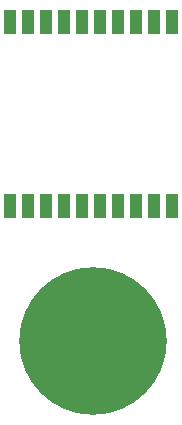
<source format=gbr>
%TF.GenerationSoftware,KiCad,Pcbnew,5.1.5+dfsg1-2build2*%
%TF.CreationDate,2022-02-07T12:49:49-06:00*%
%TF.ProjectId,gpsv1.3,67707376-312e-4332-9e6b-696361645f70,rev?*%
%TF.SameCoordinates,Original*%
%TF.FileFunction,Paste,Top*%
%TF.FilePolarity,Positive*%
%FSLAX46Y46*%
G04 Gerber Fmt 4.6, Leading zero omitted, Abs format (unit mm)*
G04 Created by KiCad (PCBNEW 5.1.5+dfsg1-2build2) date 2022-02-07 12:49:49*
%MOMM*%
%LPD*%
G04 APERTURE LIST*
%ADD10R,1.000000X2.000000*%
%ADD11C,12.500000*%
G04 APERTURE END LIST*
D10*
%TO.C,PA1*%
X208915000Y-71120000D03*
X210439000Y-71120000D03*
X211963000Y-71120000D03*
X213487000Y-71120000D03*
X215011000Y-71120000D03*
X216535000Y-71120000D03*
X218059000Y-71120000D03*
X219583000Y-71120000D03*
X221107000Y-71120000D03*
X222631000Y-71120000D03*
X222631000Y-55499000D03*
X221107000Y-55499000D03*
X219583000Y-55499000D03*
X218059000Y-55499000D03*
X216535000Y-55499000D03*
X215011000Y-55499000D03*
X213487000Y-55499000D03*
X211963000Y-55499000D03*
X210439000Y-55499000D03*
X208915000Y-55499000D03*
%TD*%
D11*
%TO.C,U4*%
X215900000Y-82550000D03*
%TD*%
M02*

</source>
